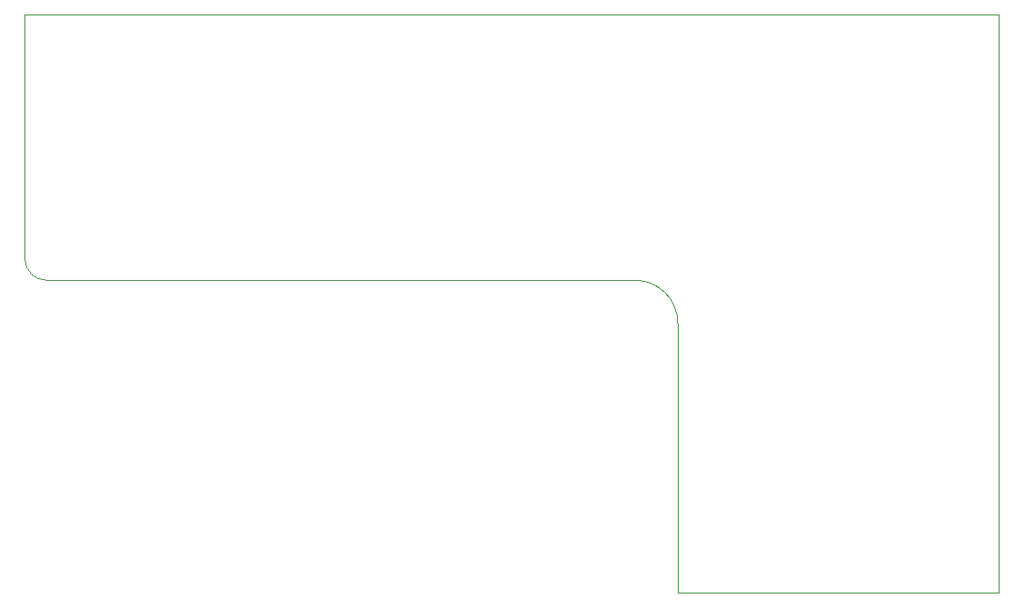
<source format=gbr>
G04 #@! TF.FileFunction,Profile,NP*
%FSLAX46Y46*%
G04 Gerber Fmt 4.6, Leading zero omitted, Abs format (unit mm)*
G04 Created by KiCad (PCBNEW 4.0.7) date 09/09/17 19:19:24*
%MOMM*%
%LPD*%
G01*
G04 APERTURE LIST*
%ADD10C,0.100000*%
G04 APERTURE END LIST*
D10*
X173913964Y-138665411D02*
X203913964Y-138665411D01*
X114913964Y-109445411D02*
X169913964Y-109445411D01*
X112913967Y-107448902D02*
G75*
G03X114913964Y-109445411I1999997J3491D01*
G01*
X112913964Y-107445411D02*
X112913964Y-84645411D01*
X203913964Y-84645411D02*
X112913964Y-84645411D01*
X203913964Y-84645411D02*
X203913964Y-138665411D01*
X173913964Y-113445411D02*
X173913964Y-138665411D01*
X173913964Y-113445411D02*
G75*
G03X169913964Y-109445411I-4000000J0D01*
G01*
M02*

</source>
